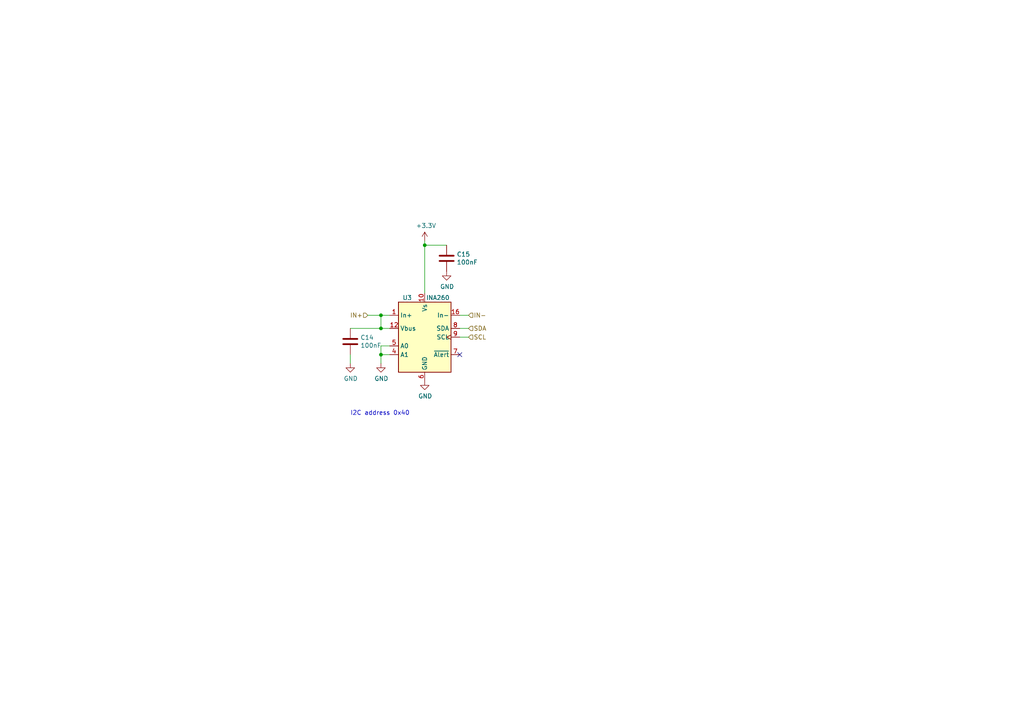
<source format=kicad_sch>
(kicad_sch (version 20211123) (generator eeschema)
  (paper "A4")
  (lib_symbols
    (symbol "Device:C" (pin_numbers hide) (pin_names (offset 0.254))
      (property "Reference" "C" (at 0.635 2.54 0))
      (property "Value" "C" (at 0.635 -2.54 0))
      (symbol "C_0_1"
        (polyline (pts (xy -2.032 -0.762) (xy 2.032 -0.762)) (stroke (width 0.508)))
        (polyline (pts (xy -2.032 0.762) (xy 2.032 0.762)) (stroke (width 0.508)))
      )
      (symbol "C_1_1"
        (pin passive line (at 0 3.81 270) (length 2.794) (name "~") (number "1"))
        (pin passive line (at 0 -3.81 90) (length 2.794) (name "~") (number "2"))
      )
    )
    (symbol "SaintGimp:INA260"
      (property "Reference" "U" (at -5.08 11.43 0))
      (property "Value" "INA260" (at 5.08 -11.43 0))
      (symbol "INA260_0_1"
        (rectangle (start 7.62 10.16) (end -7.62 -10.16) (stroke (width 0.254)) (fill (type background)))
      )
      (symbol "INA260_1_1"
        (pin input line (at -10.16 6.35 0) (length 2.54) (name "In+") (number "1"))
        (pin power_in line (at 0 12.7 270) (length 2.54) (name "Vs") (number "10"))
        (pin power_in line (at 0 -12.7 90) (length 2.54) hide (name "GND") (number "11"))
        (pin input line (at -10.16 2.54 0) (length 2.54) (name "Vbus") (number "12"))
        (pin no_connect line (at 10.16 -8.89 180) (length 2.54) hide (name "NC") (number "13"))
        (pin input line (at 10.16 6.35 180) (length 2.54) hide (name "In-") (number "14"))
        (pin input line (at 10.16 6.35 180) (length 2.54) hide (name "In-") (number "15"))
        (pin input line (at 10.16 6.35 180) (length 2.54) (name "In-") (number "16"))
        (pin input line (at -10.16 6.35 0) (length 2.54) hide (name "In+") (number "2"))
        (pin input line (at -10.16 6.35 0) (length 2.54) hide (name "In+") (number "3"))
        (pin passive line (at -10.16 -5.08 0) (length 2.54) (name "A1") (number "4"))
        (pin passive line (at -10.16 -2.54 0) (length 2.54) (name "A0") (number "5"))
        (pin power_in line (at 0 -12.7 90) (length 2.54) (name "GND") (number "6"))
        (pin open_collector line (at 10.16 -5.08 180) (length 2.54) (name "~{Alert}") (number "7"))
        (pin bidirectional line (at 10.16 2.54 180) (length 2.54) (name "SDA") (number "8"))
        (pin input clock (at 10.16 0 180) (length 2.54) (name "SCL") (number "9"))
      )
    )
    (symbol "power:+3.3V" (power) (pin_names (offset 0))
      (property "Value" "+3.3V" (at 0 3.556 0))
      (symbol "+3.3V_0_1"
        (polyline (pts (xy -0.762 1.27) (xy 0 2.54)))
        (polyline (pts (xy 0 0) (xy 0 2.54)))
        (polyline (pts (xy 0 2.54) (xy 0.762 1.27)))
      )
      (symbol "+3.3V_1_1"
        (pin power_in line (at 0 0 90) (length 0) hide (name "+3.3V") (number "1"))
      )
    )
    (symbol "power:GND" (power) (pin_names (offset 0))
      (property "Value" "GND" (at 0 -3.81 0))
      (symbol "GND_0_1"
        (polyline (pts (xy 0 0) (xy 0 -1.27) (xy 1.27 -1.27) (xy 0 -2.54) (xy -1.27 -1.27) (xy 0 -1.27)))
      )
      (symbol "GND_1_1"
        (pin power_in line (at 0 0 270) (length 0) hide (name "GND") (number "1"))
      )
    )
  )
  (junction (at 110.49 91.44))
  (junction (at 123.19 71.12))
  (junction (at 110.49 95.25))
  (junction (at 110.49 102.87))
  (no_connect (at 133.35 102.87))
  (wire (pts (xy 113.03 100.33) (xy 110.49 100.33)))
  (wire (pts (xy 133.35 95.25) (xy 135.89 95.25)))
  (wire (pts (xy 133.35 97.79) (xy 135.89 97.79)))
  (wire (pts (xy 106.68 91.44) (xy 110.49 91.44)))
  (wire (pts (xy 123.19 69.85) (xy 123.19 71.12)))
  (wire (pts (xy 110.49 91.44) (xy 113.03 91.44)))
  (wire (pts (xy 110.49 95.25) (xy 110.49 91.44)))
  (wire (pts (xy 101.6 102.87) (xy 101.6 105.41)))
  (wire (pts (xy 129.54 71.12) (xy 123.19 71.12)))
  (wire (pts (xy 110.49 95.25) (xy 101.6 95.25)))
  (wire (pts (xy 123.19 71.12) (xy 123.19 85.09)))
  (wire (pts (xy 110.49 102.87) (xy 110.49 105.41)))
  (wire (pts (xy 113.03 102.87) (xy 110.49 102.87)))
  (wire (pts (xy 113.03 95.25) (xy 110.49 95.25)))
  (wire (pts (xy 110.49 100.33) (xy 110.49 102.87)))
  (wire (pts (xy 135.89 91.44) (xy 133.35 91.44)))
  (text "I2C address 0x40" (at 101.6 120.65 0) (effects (font (size 1.27 1.27)) (justify left bottom)))
  (hierarchical_label "IN+" (shape input) (at 106.68 91.44 180))
  (hierarchical_label "IN-" (shape input) (at 135.89 91.44 0))
  (hierarchical_label "SCL" (shape input) (at 135.89 97.79 0))
  (hierarchical_label "SDA" (shape input) (at 135.89 95.25 0))
  (symbol (lib_id "SaintGimp:INA260") (at 123.19 97.79 0) (unit 1)
    (property "Reference" "U3" (at 118.11 86.36 0))
    (property "Value" "INA260" (at 127 86.36 0))
    (property "Footprint" "Package_SO:TSSOP-16_4.4x5mm_P0.65mm" (effects hide))
    (property "Datasheet" "http://www.ti.com/lit/ds/symlink/ina260.pdf" (effects hide))
  )
  (symbol (lib_id "Device:C") (at 101.6 99.06 0) (unit 1)
    (property "Reference" "C14" (at 104.521 97.8916 0) (effects (justify left)))
    (property "Value" "100nF" (at 104.521 100.203 0) (effects (justify left)))
    (property "Footprint" "Capacitor_SMD:C_0805_2012Metric_Pad1.18x1.45mm_HandSolder" (effects hide))
  )
  (symbol (lib_id "power:GND") (at 101.6 105.41 0) (unit 1)
    (property "Reference" "#PWR09" (effects hide))
    (property "Value" "GND" (at 101.727 109.8042 0))
  )
  (symbol (lib_id "power:+3.3V") (at 123.19 69.85 0) (unit 1)
    (property "Reference" "#PWR011" (effects hide))
    (property "Value" "+3.3V" (at 123.571 65.4558 0))
  )
  (symbol (lib_id "power:GND") (at 123.19 110.49 0) (unit 1)
    (property "Reference" "#PWR012" (effects hide))
    (property "Value" "GND" (at 123.317 114.8842 0))
  )
  (symbol (lib_id "power:GND") (at 110.49 105.41 0) (unit 1)
    (property "Reference" "#PWR010" (effects hide))
    (property "Value" "GND" (at 110.617 109.8042 0))
  )
  (symbol (lib_id "Device:C") (at 129.54 74.93 0) (unit 1)
    (property "Reference" "C15" (at 132.461 73.7616 0) (effects (justify left)))
    (property "Value" "100nF" (at 132.461 76.073 0) (effects (justify left)))
    (property "Footprint" "Capacitor_SMD:C_0805_2012Metric_Pad1.18x1.45mm_HandSolder" (effects hide))
  )
  (symbol (lib_id "power:GND") (at 129.54 78.74 0) (unit 1)
    (property "Reference" "#PWR013" (effects hide))
    (property "Value" "GND" (at 129.667 83.1342 0))
  )
)
</source>
